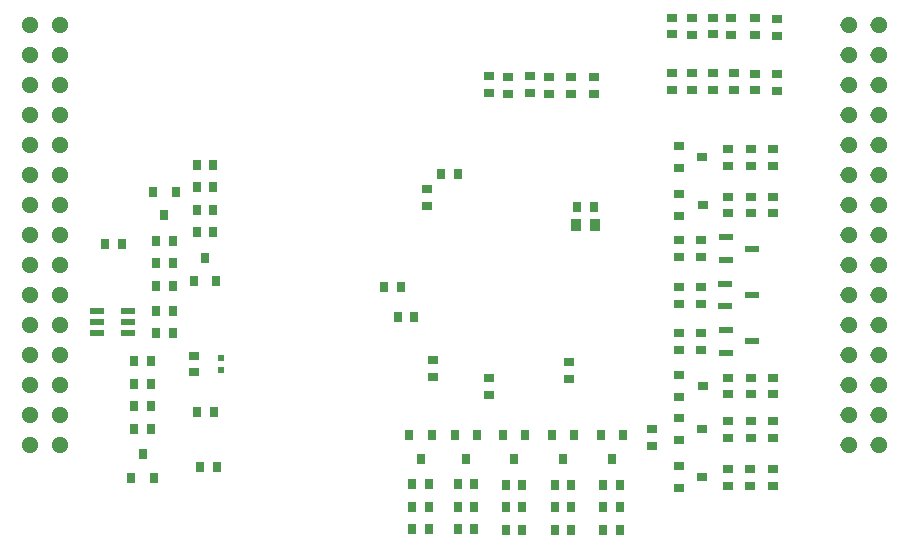
<source format=gbp>
G04*
G04 #@! TF.GenerationSoftware,Altium Limited,Altium Designer,21.8.1 (53)*
G04*
G04 Layer_Color=128*
%FSLAX23Y23*%
%MOIN*%
G70*
G04*
G04 #@! TF.SameCoordinates,8759A3D8-4CB3-4D4E-AE8C-DC6529DB4632*
G04*
G04*
G04 #@! TF.FilePolarity,Positive*
G04*
G01*
G75*
%ADD26R,0.035X0.039*%
%ADD29R,0.035X0.031*%
%ADD31R,0.035X0.031*%
%ADD32R,0.031X0.035*%
%ADD33R,0.031X0.035*%
%ADD68R,0.035X0.028*%
%ADD69R,0.026X0.035*%
%ADD70R,0.045X0.024*%
%ADD71R,0.020X0.024*%
%ADD72R,0.048X0.024*%
G36*
X743Y4874D02*
X750Y4871D01*
X756Y4867D01*
X760Y4861D01*
X763Y4854D01*
X764Y4847D01*
X763Y4840D01*
X760Y4833D01*
X756Y4827D01*
X750Y4823D01*
X743Y4820D01*
X736Y4819D01*
X729Y4820D01*
X722Y4823D01*
X716Y4827D01*
X712Y4833D01*
X709Y4840D01*
X708Y4847D01*
X709Y4854D01*
X712Y4861D01*
X716Y4867D01*
X722Y4871D01*
X729Y4874D01*
X736Y4875D01*
X743Y4874D01*
D02*
G37*
G36*
X643D02*
X650Y4871D01*
X656Y4867D01*
X660Y4861D01*
X663Y4854D01*
X664Y4847D01*
X663Y4840D01*
X660Y4833D01*
X656Y4827D01*
X650Y4823D01*
X643Y4820D01*
X636Y4819D01*
X629Y4820D01*
X622Y4823D01*
X616Y4827D01*
X612Y4833D01*
X609Y4840D01*
X608Y4847D01*
X609Y4854D01*
X612Y4861D01*
X616Y4867D01*
X622Y4871D01*
X629Y4874D01*
X636Y4875D01*
X643Y4874D01*
D02*
G37*
G36*
X743Y4774D02*
X750Y4771D01*
X756Y4767D01*
X760Y4761D01*
X763Y4754D01*
X764Y4747D01*
X763Y4740D01*
X760Y4733D01*
X756Y4727D01*
X750Y4723D01*
X743Y4720D01*
X736Y4719D01*
X729Y4720D01*
X722Y4723D01*
X716Y4727D01*
X712Y4733D01*
X709Y4740D01*
X708Y4747D01*
X709Y4754D01*
X712Y4761D01*
X716Y4767D01*
X722Y4771D01*
X729Y4774D01*
X736Y4775D01*
X743Y4774D01*
D02*
G37*
G36*
X643D02*
X650Y4771D01*
X656Y4767D01*
X660Y4761D01*
X663Y4754D01*
X664Y4747D01*
X663Y4740D01*
X660Y4733D01*
X656Y4727D01*
X650Y4723D01*
X643Y4720D01*
X636Y4719D01*
X629Y4720D01*
X622Y4723D01*
X616Y4727D01*
X612Y4733D01*
X609Y4740D01*
X608Y4747D01*
X609Y4754D01*
X612Y4761D01*
X616Y4767D01*
X622Y4771D01*
X629Y4774D01*
X636Y4775D01*
X643Y4774D01*
D02*
G37*
G36*
X743Y4674D02*
X750Y4671D01*
X756Y4667D01*
X760Y4661D01*
X763Y4654D01*
X764Y4647D01*
X763Y4640D01*
X760Y4633D01*
X756Y4627D01*
X750Y4623D01*
X743Y4620D01*
X736Y4619D01*
X729Y4620D01*
X722Y4623D01*
X716Y4627D01*
X712Y4633D01*
X709Y4640D01*
X708Y4647D01*
X709Y4654D01*
X712Y4661D01*
X716Y4667D01*
X722Y4671D01*
X729Y4674D01*
X736Y4675D01*
X743Y4674D01*
D02*
G37*
G36*
X643D02*
X650Y4671D01*
X656Y4667D01*
X660Y4661D01*
X663Y4654D01*
X664Y4647D01*
X663Y4640D01*
X660Y4633D01*
X656Y4627D01*
X650Y4623D01*
X643Y4620D01*
X636Y4619D01*
X629Y4620D01*
X622Y4623D01*
X616Y4627D01*
X612Y4633D01*
X609Y4640D01*
X608Y4647D01*
X609Y4654D01*
X612Y4661D01*
X616Y4667D01*
X622Y4671D01*
X629Y4674D01*
X636Y4675D01*
X643Y4674D01*
D02*
G37*
G36*
X743Y4574D02*
X750Y4571D01*
X756Y4567D01*
X760Y4561D01*
X763Y4554D01*
X764Y4547D01*
X763Y4540D01*
X760Y4533D01*
X756Y4527D01*
X750Y4523D01*
X743Y4520D01*
X736Y4519D01*
X729Y4520D01*
X722Y4523D01*
X716Y4527D01*
X712Y4533D01*
X709Y4540D01*
X708Y4547D01*
X709Y4554D01*
X712Y4561D01*
X716Y4567D01*
X722Y4571D01*
X729Y4574D01*
X736Y4575D01*
X743Y4574D01*
D02*
G37*
G36*
X643D02*
X650Y4571D01*
X656Y4567D01*
X660Y4561D01*
X663Y4554D01*
X664Y4547D01*
X663Y4540D01*
X660Y4533D01*
X656Y4527D01*
X650Y4523D01*
X643Y4520D01*
X636Y4519D01*
X629Y4520D01*
X622Y4523D01*
X616Y4527D01*
X612Y4533D01*
X609Y4540D01*
X608Y4547D01*
X609Y4554D01*
X612Y4561D01*
X616Y4567D01*
X622Y4571D01*
X629Y4574D01*
X636Y4575D01*
X643Y4574D01*
D02*
G37*
G36*
X743Y4474D02*
X750Y4471D01*
X756Y4467D01*
X760Y4461D01*
X763Y4454D01*
X764Y4447D01*
X763Y4440D01*
X760Y4433D01*
X756Y4427D01*
X750Y4423D01*
X743Y4420D01*
X736Y4419D01*
X729Y4420D01*
X722Y4423D01*
X716Y4427D01*
X712Y4433D01*
X709Y4440D01*
X708Y4447D01*
X709Y4454D01*
X712Y4461D01*
X716Y4467D01*
X722Y4471D01*
X729Y4474D01*
X736Y4475D01*
X743Y4474D01*
D02*
G37*
G36*
X643D02*
X650Y4471D01*
X656Y4467D01*
X660Y4461D01*
X663Y4454D01*
X664Y4447D01*
X663Y4440D01*
X660Y4433D01*
X656Y4427D01*
X650Y4423D01*
X643Y4420D01*
X636Y4419D01*
X629Y4420D01*
X622Y4423D01*
X616Y4427D01*
X612Y4433D01*
X609Y4440D01*
X608Y4447D01*
X609Y4454D01*
X612Y4461D01*
X616Y4467D01*
X622Y4471D01*
X629Y4474D01*
X636Y4475D01*
X643Y4474D01*
D02*
G37*
G36*
X743Y4374D02*
X750Y4371D01*
X756Y4367D01*
X760Y4361D01*
X763Y4354D01*
X764Y4347D01*
X763Y4340D01*
X760Y4333D01*
X756Y4327D01*
X750Y4323D01*
X743Y4320D01*
X736Y4319D01*
X729Y4320D01*
X722Y4323D01*
X716Y4327D01*
X712Y4333D01*
X709Y4340D01*
X708Y4347D01*
X709Y4354D01*
X712Y4361D01*
X716Y4367D01*
X722Y4371D01*
X729Y4374D01*
X736Y4375D01*
X743Y4374D01*
D02*
G37*
G36*
X643D02*
X650Y4371D01*
X656Y4367D01*
X660Y4361D01*
X663Y4354D01*
X664Y4347D01*
X663Y4340D01*
X660Y4333D01*
X656Y4327D01*
X650Y4323D01*
X643Y4320D01*
X636Y4319D01*
X629Y4320D01*
X622Y4323D01*
X616Y4327D01*
X612Y4333D01*
X609Y4340D01*
X608Y4347D01*
X609Y4354D01*
X612Y4361D01*
X616Y4367D01*
X622Y4371D01*
X629Y4374D01*
X636Y4375D01*
X643Y4374D01*
D02*
G37*
G36*
X743Y4274D02*
X750Y4271D01*
X756Y4267D01*
X760Y4261D01*
X763Y4254D01*
X764Y4247D01*
X763Y4240D01*
X760Y4233D01*
X756Y4227D01*
X750Y4223D01*
X743Y4220D01*
X736Y4219D01*
X729Y4220D01*
X722Y4223D01*
X716Y4227D01*
X712Y4233D01*
X709Y4240D01*
X708Y4247D01*
X709Y4254D01*
X712Y4261D01*
X716Y4267D01*
X722Y4271D01*
X729Y4274D01*
X736Y4275D01*
X743Y4274D01*
D02*
G37*
G36*
X643D02*
X650Y4271D01*
X656Y4267D01*
X660Y4261D01*
X663Y4254D01*
X664Y4247D01*
X663Y4240D01*
X660Y4233D01*
X656Y4227D01*
X650Y4223D01*
X643Y4220D01*
X636Y4219D01*
X629Y4220D01*
X622Y4223D01*
X616Y4227D01*
X612Y4233D01*
X609Y4240D01*
X608Y4247D01*
X609Y4254D01*
X612Y4261D01*
X616Y4267D01*
X622Y4271D01*
X629Y4274D01*
X636Y4275D01*
X643Y4274D01*
D02*
G37*
G36*
X743Y4174D02*
X750Y4171D01*
X756Y4167D01*
X760Y4161D01*
X763Y4154D01*
X764Y4147D01*
X763Y4140D01*
X760Y4133D01*
X756Y4127D01*
X750Y4123D01*
X743Y4120D01*
X736Y4119D01*
X729Y4120D01*
X722Y4123D01*
X716Y4127D01*
X712Y4133D01*
X709Y4140D01*
X708Y4147D01*
X709Y4154D01*
X712Y4161D01*
X716Y4167D01*
X722Y4171D01*
X729Y4174D01*
X736Y4175D01*
X743Y4174D01*
D02*
G37*
G36*
X643D02*
X650Y4171D01*
X656Y4167D01*
X660Y4161D01*
X663Y4154D01*
X664Y4147D01*
X663Y4140D01*
X660Y4133D01*
X656Y4127D01*
X650Y4123D01*
X643Y4120D01*
X636Y4119D01*
X629Y4120D01*
X622Y4123D01*
X616Y4127D01*
X612Y4133D01*
X609Y4140D01*
X608Y4147D01*
X609Y4154D01*
X612Y4161D01*
X616Y4167D01*
X622Y4171D01*
X629Y4174D01*
X636Y4175D01*
X643Y4174D01*
D02*
G37*
G36*
X743Y4074D02*
X750Y4071D01*
X756Y4067D01*
X760Y4061D01*
X763Y4054D01*
X764Y4047D01*
X763Y4040D01*
X760Y4033D01*
X756Y4027D01*
X750Y4023D01*
X743Y4020D01*
X736Y4019D01*
X729Y4020D01*
X722Y4023D01*
X716Y4027D01*
X712Y4033D01*
X709Y4040D01*
X708Y4047D01*
X709Y4054D01*
X712Y4061D01*
X716Y4067D01*
X722Y4071D01*
X729Y4074D01*
X736Y4075D01*
X743Y4074D01*
D02*
G37*
G36*
X643D02*
X650Y4071D01*
X656Y4067D01*
X660Y4061D01*
X663Y4054D01*
X664Y4047D01*
X663Y4040D01*
X660Y4033D01*
X656Y4027D01*
X650Y4023D01*
X643Y4020D01*
X636Y4019D01*
X629Y4020D01*
X622Y4023D01*
X616Y4027D01*
X612Y4033D01*
X609Y4040D01*
X608Y4047D01*
X609Y4054D01*
X612Y4061D01*
X616Y4067D01*
X622Y4071D01*
X629Y4074D01*
X636Y4075D01*
X643Y4074D01*
D02*
G37*
G36*
X743Y3974D02*
X750Y3971D01*
X756Y3967D01*
X760Y3961D01*
X763Y3954D01*
X764Y3947D01*
X763Y3940D01*
X760Y3933D01*
X756Y3927D01*
X750Y3923D01*
X743Y3920D01*
X736Y3919D01*
X729Y3920D01*
X722Y3923D01*
X716Y3927D01*
X712Y3933D01*
X709Y3940D01*
X708Y3947D01*
X709Y3954D01*
X712Y3961D01*
X716Y3967D01*
X722Y3971D01*
X729Y3974D01*
X736Y3975D01*
X743Y3974D01*
D02*
G37*
G36*
X643D02*
X650Y3971D01*
X656Y3967D01*
X660Y3961D01*
X663Y3954D01*
X664Y3947D01*
X663Y3940D01*
X660Y3933D01*
X656Y3927D01*
X650Y3923D01*
X643Y3920D01*
X636Y3919D01*
X629Y3920D01*
X622Y3923D01*
X616Y3927D01*
X612Y3933D01*
X609Y3940D01*
X608Y3947D01*
X609Y3954D01*
X612Y3961D01*
X616Y3967D01*
X622Y3971D01*
X629Y3974D01*
X636Y3975D01*
X643Y3974D01*
D02*
G37*
G36*
X743Y3874D02*
X750Y3871D01*
X756Y3867D01*
X760Y3861D01*
X763Y3854D01*
X764Y3847D01*
X763Y3840D01*
X760Y3833D01*
X756Y3827D01*
X750Y3823D01*
X743Y3820D01*
X736Y3819D01*
X729Y3820D01*
X722Y3823D01*
X716Y3827D01*
X712Y3833D01*
X709Y3840D01*
X708Y3847D01*
X709Y3854D01*
X712Y3861D01*
X716Y3867D01*
X722Y3871D01*
X729Y3874D01*
X736Y3875D01*
X743Y3874D01*
D02*
G37*
G36*
X643D02*
X650Y3871D01*
X656Y3867D01*
X660Y3861D01*
X663Y3854D01*
X664Y3847D01*
X663Y3840D01*
X660Y3833D01*
X656Y3827D01*
X650Y3823D01*
X643Y3820D01*
X636Y3819D01*
X629Y3820D01*
X622Y3823D01*
X616Y3827D01*
X612Y3833D01*
X609Y3840D01*
X608Y3847D01*
X609Y3854D01*
X612Y3861D01*
X616Y3867D01*
X622Y3871D01*
X629Y3874D01*
X636Y3875D01*
X643Y3874D01*
D02*
G37*
G36*
X743Y3774D02*
X750Y3771D01*
X756Y3767D01*
X760Y3761D01*
X763Y3754D01*
X764Y3747D01*
X763Y3740D01*
X760Y3733D01*
X756Y3727D01*
X750Y3723D01*
X743Y3720D01*
X736Y3719D01*
X729Y3720D01*
X722Y3723D01*
X716Y3727D01*
X712Y3733D01*
X709Y3740D01*
X708Y3747D01*
X709Y3754D01*
X712Y3761D01*
X716Y3767D01*
X722Y3771D01*
X729Y3774D01*
X736Y3775D01*
X743Y3774D01*
D02*
G37*
G36*
X643D02*
X650Y3771D01*
X656Y3767D01*
X660Y3761D01*
X663Y3754D01*
X664Y3747D01*
X663Y3740D01*
X660Y3733D01*
X656Y3727D01*
X650Y3723D01*
X643Y3720D01*
X636Y3719D01*
X629Y3720D01*
X622Y3723D01*
X616Y3727D01*
X612Y3733D01*
X609Y3740D01*
X608Y3747D01*
X609Y3754D01*
X612Y3761D01*
X616Y3767D01*
X622Y3771D01*
X629Y3774D01*
X636Y3775D01*
X643Y3774D01*
D02*
G37*
G36*
X743Y3674D02*
X750Y3671D01*
X756Y3667D01*
X760Y3661D01*
X763Y3654D01*
X764Y3647D01*
X763Y3640D01*
X760Y3633D01*
X756Y3627D01*
X750Y3623D01*
X743Y3620D01*
X736Y3619D01*
X729Y3620D01*
X722Y3623D01*
X716Y3627D01*
X712Y3633D01*
X709Y3640D01*
X708Y3647D01*
X709Y3654D01*
X712Y3661D01*
X716Y3667D01*
X722Y3671D01*
X729Y3674D01*
X736Y3675D01*
X743Y3674D01*
D02*
G37*
G36*
X643D02*
X650Y3671D01*
X656Y3667D01*
X660Y3661D01*
X663Y3654D01*
X664Y3647D01*
X663Y3640D01*
X660Y3633D01*
X656Y3627D01*
X650Y3623D01*
X643Y3620D01*
X636Y3619D01*
X629Y3620D01*
X622Y3623D01*
X616Y3627D01*
X612Y3633D01*
X609Y3640D01*
X608Y3647D01*
X609Y3654D01*
X612Y3661D01*
X616Y3667D01*
X622Y3671D01*
X629Y3674D01*
X636Y3675D01*
X643Y3674D01*
D02*
G37*
G36*
X743Y3574D02*
X750Y3571D01*
X756Y3567D01*
X760Y3561D01*
X763Y3554D01*
X764Y3547D01*
X763Y3540D01*
X760Y3533D01*
X756Y3527D01*
X750Y3523D01*
X743Y3520D01*
X736Y3519D01*
X729Y3520D01*
X722Y3523D01*
X716Y3527D01*
X712Y3533D01*
X709Y3540D01*
X708Y3547D01*
X709Y3554D01*
X712Y3561D01*
X716Y3567D01*
X722Y3571D01*
X729Y3574D01*
X736Y3575D01*
X743Y3574D01*
D02*
G37*
G36*
X643D02*
X650Y3571D01*
X656Y3567D01*
X660Y3561D01*
X663Y3554D01*
X664Y3547D01*
X663Y3540D01*
X660Y3533D01*
X656Y3527D01*
X650Y3523D01*
X643Y3520D01*
X636Y3519D01*
X629Y3520D01*
X622Y3523D01*
X616Y3527D01*
X612Y3533D01*
X609Y3540D01*
X608Y3547D01*
X609Y3554D01*
X612Y3561D01*
X616Y3567D01*
X622Y3571D01*
X629Y3574D01*
X636Y3575D01*
X643Y3574D01*
D02*
G37*
G36*
X743Y3474D02*
X750Y3471D01*
X756Y3467D01*
X760Y3461D01*
X763Y3454D01*
X764Y3447D01*
X763Y3440D01*
X760Y3433D01*
X756Y3427D01*
X750Y3423D01*
X743Y3420D01*
X736Y3419D01*
X729Y3420D01*
X722Y3423D01*
X716Y3427D01*
X712Y3433D01*
X709Y3440D01*
X708Y3447D01*
X709Y3454D01*
X712Y3461D01*
X716Y3467D01*
X722Y3471D01*
X729Y3474D01*
X736Y3475D01*
X743Y3474D01*
D02*
G37*
G36*
X643D02*
X650Y3471D01*
X656Y3467D01*
X660Y3461D01*
X663Y3454D01*
X664Y3447D01*
X663Y3440D01*
X660Y3433D01*
X656Y3427D01*
X650Y3423D01*
X643Y3420D01*
X636Y3419D01*
X629Y3420D01*
X622Y3423D01*
X616Y3427D01*
X612Y3433D01*
X609Y3440D01*
X608Y3447D01*
X609Y3454D01*
X612Y3461D01*
X616Y3467D01*
X622Y3471D01*
X629Y3474D01*
X636Y3475D01*
X643Y3474D01*
D02*
G37*
G36*
X3472Y4874D02*
X3479Y4871D01*
X3485Y4867D01*
X3489Y4861D01*
X3492Y4854D01*
X3493Y4847D01*
X3492Y4840D01*
X3489Y4833D01*
X3485Y4827D01*
X3479Y4823D01*
X3472Y4820D01*
X3465Y4819D01*
X3458Y4820D01*
X3451Y4823D01*
X3445Y4827D01*
X3441Y4833D01*
X3438Y4840D01*
X3437Y4847D01*
X3438Y4854D01*
X3441Y4861D01*
X3445Y4867D01*
X3451Y4871D01*
X3458Y4874D01*
X3465Y4875D01*
X3472Y4874D01*
D02*
G37*
G36*
X3372D02*
X3379Y4871D01*
X3385Y4867D01*
X3389Y4861D01*
X3392Y4854D01*
X3393Y4847D01*
X3392Y4840D01*
X3389Y4833D01*
X3385Y4827D01*
X3379Y4823D01*
X3372Y4820D01*
X3365Y4819D01*
X3358Y4820D01*
X3351Y4823D01*
X3345Y4827D01*
X3341Y4833D01*
X3338Y4840D01*
X3337Y4847D01*
X3338Y4854D01*
X3341Y4861D01*
X3345Y4867D01*
X3351Y4871D01*
X3358Y4874D01*
X3365Y4875D01*
X3372Y4874D01*
D02*
G37*
G36*
X3472Y4774D02*
X3479Y4771D01*
X3485Y4767D01*
X3489Y4761D01*
X3492Y4754D01*
X3493Y4747D01*
X3492Y4740D01*
X3489Y4733D01*
X3485Y4727D01*
X3479Y4723D01*
X3472Y4720D01*
X3465Y4719D01*
X3458Y4720D01*
X3451Y4723D01*
X3445Y4727D01*
X3441Y4733D01*
X3438Y4740D01*
X3437Y4747D01*
X3438Y4754D01*
X3441Y4761D01*
X3445Y4767D01*
X3451Y4771D01*
X3458Y4774D01*
X3465Y4775D01*
X3472Y4774D01*
D02*
G37*
G36*
X3372D02*
X3379Y4771D01*
X3385Y4767D01*
X3389Y4761D01*
X3392Y4754D01*
X3393Y4747D01*
X3392Y4740D01*
X3389Y4733D01*
X3385Y4727D01*
X3379Y4723D01*
X3372Y4720D01*
X3365Y4719D01*
X3358Y4720D01*
X3351Y4723D01*
X3345Y4727D01*
X3341Y4733D01*
X3338Y4740D01*
X3337Y4747D01*
X3338Y4754D01*
X3341Y4761D01*
X3345Y4767D01*
X3351Y4771D01*
X3358Y4774D01*
X3365Y4775D01*
X3372Y4774D01*
D02*
G37*
G36*
X3472Y4674D02*
X3479Y4671D01*
X3485Y4667D01*
X3489Y4661D01*
X3492Y4654D01*
X3493Y4647D01*
X3492Y4640D01*
X3489Y4633D01*
X3485Y4627D01*
X3479Y4623D01*
X3472Y4620D01*
X3465Y4619D01*
X3458Y4620D01*
X3451Y4623D01*
X3445Y4627D01*
X3441Y4633D01*
X3438Y4640D01*
X3437Y4647D01*
X3438Y4654D01*
X3441Y4661D01*
X3445Y4667D01*
X3451Y4671D01*
X3458Y4674D01*
X3465Y4675D01*
X3472Y4674D01*
D02*
G37*
G36*
X3372D02*
X3379Y4671D01*
X3385Y4667D01*
X3389Y4661D01*
X3392Y4654D01*
X3393Y4647D01*
X3392Y4640D01*
X3389Y4633D01*
X3385Y4627D01*
X3379Y4623D01*
X3372Y4620D01*
X3365Y4619D01*
X3358Y4620D01*
X3351Y4623D01*
X3345Y4627D01*
X3341Y4633D01*
X3338Y4640D01*
X3337Y4647D01*
X3338Y4654D01*
X3341Y4661D01*
X3345Y4667D01*
X3351Y4671D01*
X3358Y4674D01*
X3365Y4675D01*
X3372Y4674D01*
D02*
G37*
G36*
X3472Y4574D02*
X3479Y4571D01*
X3485Y4567D01*
X3489Y4561D01*
X3492Y4554D01*
X3493Y4547D01*
X3492Y4540D01*
X3489Y4533D01*
X3485Y4527D01*
X3479Y4523D01*
X3472Y4520D01*
X3465Y4519D01*
X3458Y4520D01*
X3451Y4523D01*
X3445Y4527D01*
X3441Y4533D01*
X3438Y4540D01*
X3437Y4547D01*
X3438Y4554D01*
X3441Y4561D01*
X3445Y4567D01*
X3451Y4571D01*
X3458Y4574D01*
X3465Y4575D01*
X3472Y4574D01*
D02*
G37*
G36*
X3372D02*
X3379Y4571D01*
X3385Y4567D01*
X3389Y4561D01*
X3392Y4554D01*
X3393Y4547D01*
X3392Y4540D01*
X3389Y4533D01*
X3385Y4527D01*
X3379Y4523D01*
X3372Y4520D01*
X3365Y4519D01*
X3358Y4520D01*
X3351Y4523D01*
X3345Y4527D01*
X3341Y4533D01*
X3338Y4540D01*
X3337Y4547D01*
X3338Y4554D01*
X3341Y4561D01*
X3345Y4567D01*
X3351Y4571D01*
X3358Y4574D01*
X3365Y4575D01*
X3372Y4574D01*
D02*
G37*
G36*
X3472Y4474D02*
X3479Y4471D01*
X3485Y4467D01*
X3489Y4461D01*
X3492Y4454D01*
X3493Y4447D01*
X3492Y4440D01*
X3489Y4433D01*
X3485Y4427D01*
X3479Y4423D01*
X3472Y4420D01*
X3465Y4419D01*
X3458Y4420D01*
X3451Y4423D01*
X3445Y4427D01*
X3441Y4433D01*
X3438Y4440D01*
X3437Y4447D01*
X3438Y4454D01*
X3441Y4461D01*
X3445Y4467D01*
X3451Y4471D01*
X3458Y4474D01*
X3465Y4475D01*
X3472Y4474D01*
D02*
G37*
G36*
X3372D02*
X3379Y4471D01*
X3385Y4467D01*
X3389Y4461D01*
X3392Y4454D01*
X3393Y4447D01*
X3392Y4440D01*
X3389Y4433D01*
X3385Y4427D01*
X3379Y4423D01*
X3372Y4420D01*
X3365Y4419D01*
X3358Y4420D01*
X3351Y4423D01*
X3345Y4427D01*
X3341Y4433D01*
X3338Y4440D01*
X3337Y4447D01*
X3338Y4454D01*
X3341Y4461D01*
X3345Y4467D01*
X3351Y4471D01*
X3358Y4474D01*
X3365Y4475D01*
X3372Y4474D01*
D02*
G37*
G36*
X3472Y4374D02*
X3479Y4371D01*
X3485Y4367D01*
X3489Y4361D01*
X3492Y4354D01*
X3493Y4347D01*
X3492Y4340D01*
X3489Y4333D01*
X3485Y4327D01*
X3479Y4323D01*
X3472Y4320D01*
X3465Y4319D01*
X3458Y4320D01*
X3451Y4323D01*
X3445Y4327D01*
X3441Y4333D01*
X3438Y4340D01*
X3437Y4347D01*
X3438Y4354D01*
X3441Y4361D01*
X3445Y4367D01*
X3451Y4371D01*
X3458Y4374D01*
X3465Y4375D01*
X3472Y4374D01*
D02*
G37*
G36*
X3372D02*
X3379Y4371D01*
X3385Y4367D01*
X3389Y4361D01*
X3392Y4354D01*
X3393Y4347D01*
X3392Y4340D01*
X3389Y4333D01*
X3385Y4327D01*
X3379Y4323D01*
X3372Y4320D01*
X3365Y4319D01*
X3358Y4320D01*
X3351Y4323D01*
X3345Y4327D01*
X3341Y4333D01*
X3338Y4340D01*
X3337Y4347D01*
X3338Y4354D01*
X3341Y4361D01*
X3345Y4367D01*
X3351Y4371D01*
X3358Y4374D01*
X3365Y4375D01*
X3372Y4374D01*
D02*
G37*
G36*
X3472Y4274D02*
X3479Y4271D01*
X3485Y4267D01*
X3489Y4261D01*
X3492Y4254D01*
X3493Y4247D01*
X3492Y4240D01*
X3489Y4233D01*
X3485Y4227D01*
X3479Y4223D01*
X3472Y4220D01*
X3465Y4219D01*
X3458Y4220D01*
X3451Y4223D01*
X3445Y4227D01*
X3441Y4233D01*
X3438Y4240D01*
X3437Y4247D01*
X3438Y4254D01*
X3441Y4261D01*
X3445Y4267D01*
X3451Y4271D01*
X3458Y4274D01*
X3465Y4275D01*
X3472Y4274D01*
D02*
G37*
G36*
X3372D02*
X3379Y4271D01*
X3385Y4267D01*
X3389Y4261D01*
X3392Y4254D01*
X3393Y4247D01*
X3392Y4240D01*
X3389Y4233D01*
X3385Y4227D01*
X3379Y4223D01*
X3372Y4220D01*
X3365Y4219D01*
X3358Y4220D01*
X3351Y4223D01*
X3345Y4227D01*
X3341Y4233D01*
X3338Y4240D01*
X3337Y4247D01*
X3338Y4254D01*
X3341Y4261D01*
X3345Y4267D01*
X3351Y4271D01*
X3358Y4274D01*
X3365Y4275D01*
X3372Y4274D01*
D02*
G37*
G36*
X3472Y4174D02*
X3479Y4171D01*
X3485Y4167D01*
X3489Y4161D01*
X3492Y4154D01*
X3493Y4147D01*
X3492Y4140D01*
X3489Y4133D01*
X3485Y4127D01*
X3479Y4123D01*
X3472Y4120D01*
X3465Y4119D01*
X3458Y4120D01*
X3451Y4123D01*
X3445Y4127D01*
X3441Y4133D01*
X3438Y4140D01*
X3437Y4147D01*
X3438Y4154D01*
X3441Y4161D01*
X3445Y4167D01*
X3451Y4171D01*
X3458Y4174D01*
X3465Y4175D01*
X3472Y4174D01*
D02*
G37*
G36*
X3372D02*
X3379Y4171D01*
X3385Y4167D01*
X3389Y4161D01*
X3392Y4154D01*
X3393Y4147D01*
X3392Y4140D01*
X3389Y4133D01*
X3385Y4127D01*
X3379Y4123D01*
X3372Y4120D01*
X3365Y4119D01*
X3358Y4120D01*
X3351Y4123D01*
X3345Y4127D01*
X3341Y4133D01*
X3338Y4140D01*
X3337Y4147D01*
X3338Y4154D01*
X3341Y4161D01*
X3345Y4167D01*
X3351Y4171D01*
X3358Y4174D01*
X3365Y4175D01*
X3372Y4174D01*
D02*
G37*
G36*
X3472Y4074D02*
X3479Y4071D01*
X3485Y4067D01*
X3489Y4061D01*
X3492Y4054D01*
X3493Y4047D01*
X3492Y4040D01*
X3489Y4033D01*
X3485Y4027D01*
X3479Y4023D01*
X3472Y4020D01*
X3465Y4019D01*
X3458Y4020D01*
X3451Y4023D01*
X3445Y4027D01*
X3441Y4033D01*
X3438Y4040D01*
X3437Y4047D01*
X3438Y4054D01*
X3441Y4061D01*
X3445Y4067D01*
X3451Y4071D01*
X3458Y4074D01*
X3465Y4075D01*
X3472Y4074D01*
D02*
G37*
G36*
X3372D02*
X3379Y4071D01*
X3385Y4067D01*
X3389Y4061D01*
X3392Y4054D01*
X3393Y4047D01*
X3392Y4040D01*
X3389Y4033D01*
X3385Y4027D01*
X3379Y4023D01*
X3372Y4020D01*
X3365Y4019D01*
X3358Y4020D01*
X3351Y4023D01*
X3345Y4027D01*
X3341Y4033D01*
X3338Y4040D01*
X3337Y4047D01*
X3338Y4054D01*
X3341Y4061D01*
X3345Y4067D01*
X3351Y4071D01*
X3358Y4074D01*
X3365Y4075D01*
X3372Y4074D01*
D02*
G37*
G36*
X3472Y3974D02*
X3479Y3971D01*
X3485Y3967D01*
X3489Y3961D01*
X3492Y3954D01*
X3493Y3947D01*
X3492Y3940D01*
X3489Y3933D01*
X3485Y3927D01*
X3479Y3923D01*
X3472Y3920D01*
X3465Y3919D01*
X3458Y3920D01*
X3451Y3923D01*
X3445Y3927D01*
X3441Y3933D01*
X3438Y3940D01*
X3437Y3947D01*
X3438Y3954D01*
X3441Y3961D01*
X3445Y3967D01*
X3451Y3971D01*
X3458Y3974D01*
X3465Y3975D01*
X3472Y3974D01*
D02*
G37*
G36*
X3372D02*
X3379Y3971D01*
X3385Y3967D01*
X3389Y3961D01*
X3392Y3954D01*
X3393Y3947D01*
X3392Y3940D01*
X3389Y3933D01*
X3385Y3927D01*
X3379Y3923D01*
X3372Y3920D01*
X3365Y3919D01*
X3358Y3920D01*
X3351Y3923D01*
X3345Y3927D01*
X3341Y3933D01*
X3338Y3940D01*
X3337Y3947D01*
X3338Y3954D01*
X3341Y3961D01*
X3345Y3967D01*
X3351Y3971D01*
X3358Y3974D01*
X3365Y3975D01*
X3372Y3974D01*
D02*
G37*
G36*
X3472Y3874D02*
X3479Y3871D01*
X3485Y3867D01*
X3489Y3861D01*
X3492Y3854D01*
X3493Y3847D01*
X3492Y3840D01*
X3489Y3833D01*
X3485Y3827D01*
X3479Y3823D01*
X3472Y3820D01*
X3465Y3819D01*
X3458Y3820D01*
X3451Y3823D01*
X3445Y3827D01*
X3441Y3833D01*
X3438Y3840D01*
X3437Y3847D01*
X3438Y3854D01*
X3441Y3861D01*
X3445Y3867D01*
X3451Y3871D01*
X3458Y3874D01*
X3465Y3875D01*
X3472Y3874D01*
D02*
G37*
G36*
X3372D02*
X3379Y3871D01*
X3385Y3867D01*
X3389Y3861D01*
X3392Y3854D01*
X3393Y3847D01*
X3392Y3840D01*
X3389Y3833D01*
X3385Y3827D01*
X3379Y3823D01*
X3372Y3820D01*
X3365Y3819D01*
X3358Y3820D01*
X3351Y3823D01*
X3345Y3827D01*
X3341Y3833D01*
X3338Y3840D01*
X3337Y3847D01*
X3338Y3854D01*
X3341Y3861D01*
X3345Y3867D01*
X3351Y3871D01*
X3358Y3874D01*
X3365Y3875D01*
X3372Y3874D01*
D02*
G37*
G36*
X3472Y3774D02*
X3479Y3771D01*
X3485Y3767D01*
X3489Y3761D01*
X3492Y3754D01*
X3493Y3747D01*
X3492Y3740D01*
X3489Y3733D01*
X3485Y3727D01*
X3479Y3723D01*
X3472Y3720D01*
X3465Y3719D01*
X3458Y3720D01*
X3451Y3723D01*
X3445Y3727D01*
X3441Y3733D01*
X3438Y3740D01*
X3437Y3747D01*
X3438Y3754D01*
X3441Y3761D01*
X3445Y3767D01*
X3451Y3771D01*
X3458Y3774D01*
X3465Y3775D01*
X3472Y3774D01*
D02*
G37*
G36*
X3372D02*
X3379Y3771D01*
X3385Y3767D01*
X3389Y3761D01*
X3392Y3754D01*
X3393Y3747D01*
X3392Y3740D01*
X3389Y3733D01*
X3385Y3727D01*
X3379Y3723D01*
X3372Y3720D01*
X3365Y3719D01*
X3358Y3720D01*
X3351Y3723D01*
X3345Y3727D01*
X3341Y3733D01*
X3338Y3740D01*
X3337Y3747D01*
X3338Y3754D01*
X3341Y3761D01*
X3345Y3767D01*
X3351Y3771D01*
X3358Y3774D01*
X3365Y3775D01*
X3372Y3774D01*
D02*
G37*
G36*
X3472Y3674D02*
X3479Y3671D01*
X3485Y3667D01*
X3489Y3661D01*
X3492Y3654D01*
X3493Y3647D01*
X3492Y3640D01*
X3489Y3633D01*
X3485Y3627D01*
X3479Y3623D01*
X3472Y3620D01*
X3465Y3619D01*
X3458Y3620D01*
X3451Y3623D01*
X3445Y3627D01*
X3441Y3633D01*
X3438Y3640D01*
X3437Y3647D01*
X3438Y3654D01*
X3441Y3661D01*
X3445Y3667D01*
X3451Y3671D01*
X3458Y3674D01*
X3465Y3675D01*
X3472Y3674D01*
D02*
G37*
G36*
X3372D02*
X3379Y3671D01*
X3385Y3667D01*
X3389Y3661D01*
X3392Y3654D01*
X3393Y3647D01*
X3392Y3640D01*
X3389Y3633D01*
X3385Y3627D01*
X3379Y3623D01*
X3372Y3620D01*
X3365Y3619D01*
X3358Y3620D01*
X3351Y3623D01*
X3345Y3627D01*
X3341Y3633D01*
X3338Y3640D01*
X3337Y3647D01*
X3338Y3654D01*
X3341Y3661D01*
X3345Y3667D01*
X3351Y3671D01*
X3358Y3674D01*
X3365Y3675D01*
X3372Y3674D01*
D02*
G37*
G36*
X3472Y3574D02*
X3479Y3571D01*
X3485Y3567D01*
X3489Y3561D01*
X3492Y3554D01*
X3493Y3547D01*
X3492Y3540D01*
X3489Y3533D01*
X3485Y3527D01*
X3479Y3523D01*
X3472Y3520D01*
X3465Y3519D01*
X3458Y3520D01*
X3451Y3523D01*
X3445Y3527D01*
X3441Y3533D01*
X3438Y3540D01*
X3437Y3547D01*
X3438Y3554D01*
X3441Y3561D01*
X3445Y3567D01*
X3451Y3571D01*
X3458Y3574D01*
X3465Y3575D01*
X3472Y3574D01*
D02*
G37*
G36*
X3372D02*
X3379Y3571D01*
X3385Y3567D01*
X3389Y3561D01*
X3392Y3554D01*
X3393Y3547D01*
X3392Y3540D01*
X3389Y3533D01*
X3385Y3527D01*
X3379Y3523D01*
X3372Y3520D01*
X3365Y3519D01*
X3358Y3520D01*
X3351Y3523D01*
X3345Y3527D01*
X3341Y3533D01*
X3338Y3540D01*
X3337Y3547D01*
X3338Y3554D01*
X3341Y3561D01*
X3345Y3567D01*
X3351Y3571D01*
X3358Y3574D01*
X3365Y3575D01*
X3372Y3574D01*
D02*
G37*
G36*
X3472Y3474D02*
X3479Y3471D01*
X3485Y3467D01*
X3489Y3461D01*
X3492Y3454D01*
X3493Y3447D01*
X3492Y3440D01*
X3489Y3433D01*
X3485Y3427D01*
X3479Y3423D01*
X3472Y3420D01*
X3465Y3419D01*
X3458Y3420D01*
X3451Y3423D01*
X3445Y3427D01*
X3441Y3433D01*
X3438Y3440D01*
X3437Y3447D01*
X3438Y3454D01*
X3441Y3461D01*
X3445Y3467D01*
X3451Y3471D01*
X3458Y3474D01*
X3465Y3475D01*
X3472Y3474D01*
D02*
G37*
G36*
X3372D02*
X3379Y3471D01*
X3385Y3467D01*
X3389Y3461D01*
X3392Y3454D01*
X3393Y3447D01*
X3392Y3440D01*
X3389Y3433D01*
X3385Y3427D01*
X3379Y3423D01*
X3372Y3420D01*
X3365Y3419D01*
X3358Y3420D01*
X3351Y3423D01*
X3345Y3427D01*
X3341Y3433D01*
X3338Y3440D01*
X3337Y3447D01*
X3338Y3454D01*
X3341Y3461D01*
X3345Y3467D01*
X3351Y3471D01*
X3358Y3474D01*
X3365Y3475D01*
X3372Y3474D01*
D02*
G37*
D26*
X2518Y4180D02*
D03*
X2456D02*
D03*
D29*
X2877Y4406D02*
D03*
X2798Y4443D02*
D03*
Y4369D02*
D03*
X2878Y4247D02*
D03*
X2799Y4284D02*
D03*
Y4210D02*
D03*
X2798Y3303D02*
D03*
Y3377D02*
D03*
X2876Y3340D02*
D03*
X2877Y3500D02*
D03*
X2798Y3537D02*
D03*
Y3463D02*
D03*
X2878Y3644D02*
D03*
X2799Y3682D02*
D03*
Y3607D02*
D03*
D31*
X2166Y4676D02*
D03*
Y4621D02*
D03*
X2964Y4219D02*
D03*
Y4275D02*
D03*
X3114Y4219D02*
D03*
Y4275D02*
D03*
X3114Y3672D02*
D03*
Y3617D02*
D03*
X3113Y4434D02*
D03*
Y4378D02*
D03*
X3113Y3472D02*
D03*
Y3528D02*
D03*
X3112Y3312D02*
D03*
Y3368D02*
D03*
X2775Y4872D02*
D03*
Y4817D02*
D03*
X2775Y4632D02*
D03*
Y4687D02*
D03*
X3039Y4275D02*
D03*
Y4219D02*
D03*
X3039Y3672D02*
D03*
Y3617D02*
D03*
X3038Y4434D02*
D03*
Y4378D02*
D03*
X3038Y3472D02*
D03*
Y3528D02*
D03*
X3037Y3312D02*
D03*
Y3368D02*
D03*
X2844Y4630D02*
D03*
Y4686D02*
D03*
Y4815D02*
D03*
Y4871D02*
D03*
X2911Y4872D02*
D03*
Y4816D02*
D03*
X2911Y4631D02*
D03*
Y4687D02*
D03*
X2874Y4129D02*
D03*
Y4074D02*
D03*
X2874Y3765D02*
D03*
Y3820D02*
D03*
X2874Y3973D02*
D03*
Y3918D02*
D03*
X2982Y4631D02*
D03*
Y4687D02*
D03*
X2799Y4129D02*
D03*
Y4074D02*
D03*
X2799Y3765D02*
D03*
Y3820D02*
D03*
X2799Y3973D02*
D03*
Y3918D02*
D03*
X3054Y4870D02*
D03*
Y4814D02*
D03*
X3054Y4629D02*
D03*
Y4685D02*
D03*
X3127Y4868D02*
D03*
Y4812D02*
D03*
X3127Y4627D02*
D03*
Y4683D02*
D03*
X2515Y4617D02*
D03*
Y4673D02*
D03*
X2440Y4617D02*
D03*
Y4673D02*
D03*
X2365Y4617D02*
D03*
Y4673D02*
D03*
X2301Y4621D02*
D03*
Y4676D02*
D03*
X2230Y4617D02*
D03*
Y4673D02*
D03*
X2166Y3670D02*
D03*
Y3614D02*
D03*
X2964Y3672D02*
D03*
Y3617D02*
D03*
X2963Y4434D02*
D03*
Y4378D02*
D03*
X2963Y3472D02*
D03*
Y3528D02*
D03*
X2962Y3312D02*
D03*
Y3368D02*
D03*
X2974Y4871D02*
D03*
Y4815D02*
D03*
X2432Y3723D02*
D03*
Y3667D02*
D03*
X1980Y3730D02*
D03*
Y3674D02*
D03*
X1958Y4244D02*
D03*
Y4300D02*
D03*
X1184Y3745D02*
D03*
Y3690D02*
D03*
D32*
X2547Y3165D02*
D03*
X2603D02*
D03*
X2603Y3315D02*
D03*
X2547D02*
D03*
X2385Y3240D02*
D03*
X2440D02*
D03*
X2440Y3165D02*
D03*
X2385D02*
D03*
X2221Y3315D02*
D03*
X2277D02*
D03*
X2277Y3165D02*
D03*
X2221D02*
D03*
X2061Y3316D02*
D03*
X2116D02*
D03*
X2116Y3166D02*
D03*
X2061D02*
D03*
X2063Y4350D02*
D03*
X2007D02*
D03*
X1965Y3316D02*
D03*
X1910D02*
D03*
X1910Y3166D02*
D03*
X1965D02*
D03*
X1247Y4307D02*
D03*
X1191D02*
D03*
X1247Y4382D02*
D03*
X1191D02*
D03*
X1191Y4232D02*
D03*
X1247D02*
D03*
X1056Y3978D02*
D03*
X1111D02*
D03*
X1056Y4053D02*
D03*
X1111D02*
D03*
X983Y3502D02*
D03*
X1039D02*
D03*
X983Y3652D02*
D03*
X1039D02*
D03*
X983Y3727D02*
D03*
X1039D02*
D03*
X2603Y3240D02*
D03*
X2547D02*
D03*
X2460Y4240D02*
D03*
X2516D02*
D03*
X2385Y3315D02*
D03*
X2440D02*
D03*
X2221Y3240D02*
D03*
X2277D02*
D03*
X2061Y3241D02*
D03*
X2116D02*
D03*
X1965Y3241D02*
D03*
X1910D02*
D03*
X1861Y3874D02*
D03*
X1917D02*
D03*
X1873Y3975D02*
D03*
X1817D02*
D03*
X1191Y4157D02*
D03*
X1247D02*
D03*
X1112Y3820D02*
D03*
X1057D02*
D03*
X1112Y3895D02*
D03*
X1057D02*
D03*
X1056Y4128D02*
D03*
X1111D02*
D03*
X983Y3577D02*
D03*
X1039D02*
D03*
D33*
X1256Y3993D02*
D03*
X1182D02*
D03*
X1219Y4071D02*
D03*
X1900Y3481D02*
D03*
X1975D02*
D03*
X1938Y3402D02*
D03*
X2088Y3402D02*
D03*
X2126Y3480D02*
D03*
X2051D02*
D03*
X2413Y3400D02*
D03*
X2450Y3479D02*
D03*
X2375D02*
D03*
X2249Y3401D02*
D03*
X2286Y3479D02*
D03*
X2212D02*
D03*
X2575Y3400D02*
D03*
X2612Y3479D02*
D03*
X2538D02*
D03*
X1048Y3338D02*
D03*
X974D02*
D03*
X1011Y3416D02*
D03*
X1083Y4214D02*
D03*
X1121Y4292D02*
D03*
X1046D02*
D03*
D68*
X2710Y3499D02*
D03*
Y3443D02*
D03*
D69*
X1201Y3375D02*
D03*
X1258D02*
D03*
X1250Y3556D02*
D03*
X1193D02*
D03*
X944Y4118D02*
D03*
X887D02*
D03*
D70*
X2953Y3911D02*
D03*
Y3985D02*
D03*
X3042Y3948D02*
D03*
X2955Y3755D02*
D03*
Y3830D02*
D03*
X3044Y3793D02*
D03*
X2955Y4064D02*
D03*
Y4139D02*
D03*
X3044Y4102D02*
D03*
D71*
X1274Y3698D02*
D03*
Y3737D02*
D03*
D72*
X858Y3821D02*
D03*
Y3858D02*
D03*
Y3895D02*
D03*
X961D02*
D03*
Y3858D02*
D03*
Y3821D02*
D03*
M02*

</source>
